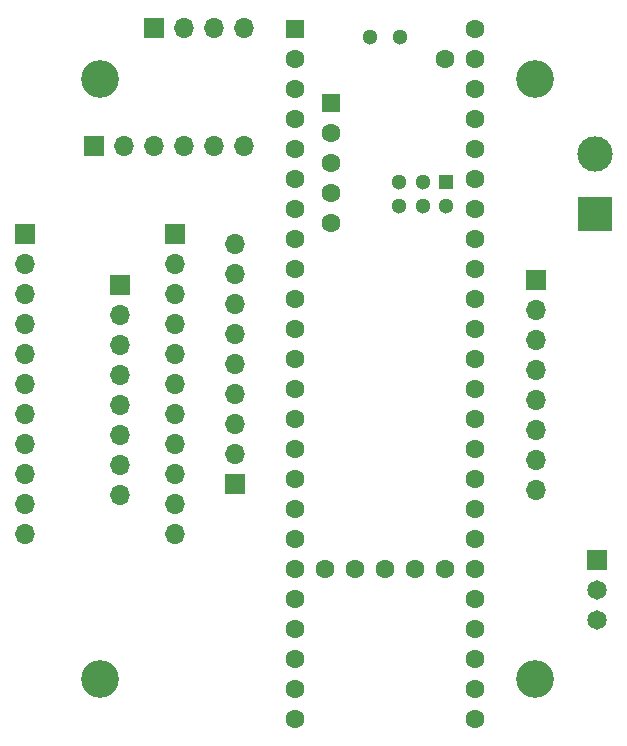
<source format=gbr>
%TF.GenerationSoftware,KiCad,Pcbnew,(6.0.8)*%
%TF.CreationDate,2023-03-06T23:42:02-08:00*%
%TF.ProjectId,ATP_Teensy,4154505f-5465-4656-9e73-792e6b696361,rev?*%
%TF.SameCoordinates,Original*%
%TF.FileFunction,Soldermask,Bot*%
%TF.FilePolarity,Negative*%
%FSLAX46Y46*%
G04 Gerber Fmt 4.6, Leading zero omitted, Abs format (unit mm)*
G04 Created by KiCad (PCBNEW (6.0.8)) date 2023-03-06 23:42:02*
%MOMM*%
%LPD*%
G01*
G04 APERTURE LIST*
%ADD10R,1.700000X1.700000*%
%ADD11O,1.700000X1.700000*%
%ADD12C,3.200000*%
%ADD13R,3.000000X3.000000*%
%ADD14C,3.000000*%
%ADD15R,1.651000X1.651000*%
%ADD16C,1.651000*%
%ADD17R,1.600000X1.600000*%
%ADD18C,1.600000*%
%ADD19R,1.300000X1.300000*%
%ADD20C,1.300000*%
G04 APERTURE END LIST*
D10*
%TO.C,SPI*%
X134112000Y-79375000D03*
D11*
X136652000Y-79375000D03*
X139192000Y-79375000D03*
X141732000Y-79375000D03*
X144272000Y-79375000D03*
X146812000Y-79375000D03*
%TD*%
D12*
%TO.C,J4*%
X134620000Y-73660000D03*
%TD*%
D13*
%TO.C,9V PWR*%
X176530000Y-85090000D03*
D14*
X176530000Y-80010000D03*
%TD*%
D10*
%TO.C,IMU*%
X171495000Y-90707500D03*
D11*
X171495000Y-93247500D03*
X171495000Y-95787500D03*
X171495000Y-98327500D03*
X171495000Y-100867500D03*
X171495000Y-103407500D03*
X171495000Y-105947500D03*
X171495000Y-108487500D03*
%TD*%
D12*
%TO.C,J3*%
X171450000Y-124460000D03*
%TD*%
%TO.C,J2*%
X134620000Y-124460000D03*
%TD*%
D15*
%TO.C,REG*%
X176733200Y-114376000D03*
D16*
X176733200Y-116916000D03*
X176733200Y-119456000D03*
%TD*%
D17*
%TO.C,TEENSY_4.1*%
X151130000Y-69410000D03*
D18*
X151130000Y-71950000D03*
X151130000Y-74490000D03*
X151130000Y-77030000D03*
X151130000Y-79570000D03*
X151130000Y-82110000D03*
X151130000Y-84650000D03*
X151130000Y-87190000D03*
X151130000Y-89730000D03*
X151130000Y-92270000D03*
X151130000Y-94810000D03*
X151130000Y-97350000D03*
X151130000Y-99890000D03*
X151130000Y-102430000D03*
X151130000Y-104970000D03*
X151130000Y-107510000D03*
X151130000Y-110050000D03*
X151130000Y-112590000D03*
X151130000Y-115130000D03*
X151130000Y-117670000D03*
X151130000Y-120210000D03*
X151130000Y-122750000D03*
X151130000Y-125290000D03*
X151130000Y-127830000D03*
X166370000Y-127830000D03*
X166370000Y-125290000D03*
X166370000Y-122750000D03*
X166370000Y-120210000D03*
X166370000Y-117670000D03*
X166370000Y-115130000D03*
X166370000Y-112590000D03*
X166370000Y-110050000D03*
X166370000Y-107510000D03*
X166370000Y-104970000D03*
X166370000Y-102430000D03*
X166370000Y-99890000D03*
X166370000Y-97350000D03*
X166370000Y-94810000D03*
X166370000Y-92270000D03*
X166370000Y-89730000D03*
X166370000Y-87190000D03*
X166370000Y-84650000D03*
X166370000Y-82110000D03*
X166370000Y-79570000D03*
X166370000Y-77030000D03*
X166370000Y-74490000D03*
X166370000Y-71950000D03*
X166370000Y-69410000D03*
X163830000Y-71950000D03*
X153670000Y-115130000D03*
X156210000Y-115130000D03*
X158750000Y-115130000D03*
X161290000Y-115130000D03*
X163830000Y-115130000D03*
D17*
X154180800Y-75709200D03*
D18*
X154180800Y-78249200D03*
X154180800Y-80789200D03*
X154180800Y-83329200D03*
X154180800Y-85869200D03*
D19*
X163931600Y-82380000D03*
D20*
X161931600Y-82380000D03*
X159931600Y-82380000D03*
X159931600Y-84380000D03*
X161931600Y-84380000D03*
X163931600Y-84380000D03*
X160020000Y-70140000D03*
X157480000Y-70140000D03*
%TD*%
D12*
%TO.C,J5*%
X171450000Y-73660000D03*
%TD*%
D10*
%TO.C,I2C*%
X139202000Y-69342000D03*
D11*
X141742000Y-69342000D03*
X144282000Y-69342000D03*
X146822000Y-69342000D03*
%TD*%
D10*
%TO.C,XBEE*%
X128270000Y-86760000D03*
D11*
X128270000Y-89300000D03*
X128270000Y-91840000D03*
X128270000Y-94380000D03*
X128270000Y-96920000D03*
X128270000Y-99460000D03*
X128270000Y-102000000D03*
X128270000Y-104540000D03*
X128270000Y-107080000D03*
X128270000Y-109620000D03*
X128270000Y-112160000D03*
D10*
X140950000Y-86760000D03*
D11*
X140950000Y-89300000D03*
X140950000Y-91840000D03*
X140950000Y-94380000D03*
X140950000Y-96920000D03*
X140950000Y-99460000D03*
X140950000Y-102000000D03*
X140950000Y-104540000D03*
X140950000Y-107080000D03*
X140950000Y-109620000D03*
X140950000Y-112160000D03*
%TD*%
D10*
%TO.C,GPS*%
X146050000Y-107950000D03*
D11*
X146050000Y-105410000D03*
X146050000Y-102870000D03*
X146050000Y-100330000D03*
X146050000Y-97790000D03*
X146050000Y-95250000D03*
X146050000Y-92710000D03*
X146050000Y-90170000D03*
X146050000Y-87630000D03*
%TD*%
D10*
%TO.C,BMP*%
X136277500Y-91116250D03*
D11*
X136277500Y-93656250D03*
X136277500Y-96196250D03*
X136277500Y-98736250D03*
X136277500Y-101276250D03*
X136277500Y-103816250D03*
X136277500Y-106356250D03*
X136277500Y-108896250D03*
%TD*%
M02*

</source>
